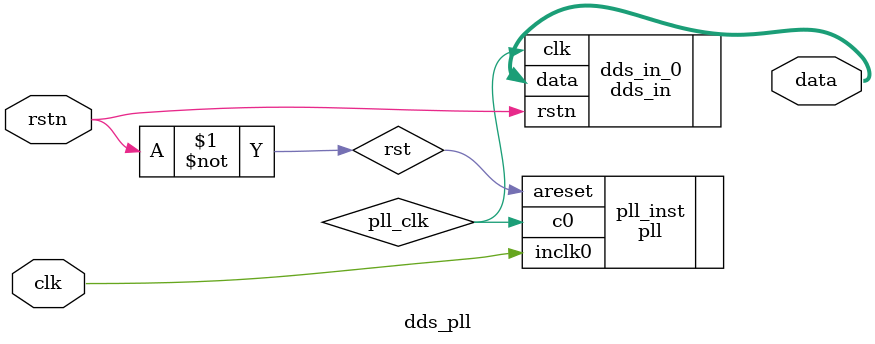
<source format=v>
module dds_pll(
    input   wire    clk,rstn,
    output  wire    [7:0]data
);

wire pll_clk;
wire rst;
assign rst = ~rstn;

dds_in dds_in_0
(
    .clk(pll_clk),
    .rstn(rstn),
    .data(data)
);

pll	pll_inst (
	.areset ( rst ),
	.inclk0 ( clk ),
	.c0 ( pll_clk )
	);



endmodule
</source>
